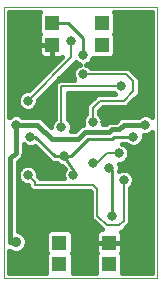
<source format=gbl>
G75*
G70*
%OFA0B0*%
%FSLAX24Y24*%
%IPPOS*%
%LPD*%
%AMOC8*
5,1,8,0,0,1.08239X$1,22.5*
%
%ADD10C,0.0000*%
%ADD11R,0.0515X0.0515*%
%ADD12C,0.0317*%
%ADD13C,0.0080*%
%ADD14C,0.0160*%
%ADD15C,0.0100*%
%ADD16C,0.0356*%
D10*
X000900Y000980D02*
X000900Y010035D01*
X006018Y010035D01*
X006018Y000980D01*
X000900Y000980D01*
D11*
X002753Y001459D03*
X002753Y002167D03*
X004406Y002167D03*
X004406Y001459D03*
X004165Y008769D03*
X004165Y009478D03*
X002512Y009478D03*
X002512Y008769D03*
D12*
X003140Y008900D03*
X003540Y008420D03*
X003540Y007780D03*
X003140Y006660D03*
X002820Y006020D03*
X002915Y005045D03*
X003220Y004420D03*
X003860Y004820D03*
X004420Y004660D03*
X004740Y005140D03*
X005220Y005700D03*
X005620Y006100D03*
X005140Y006660D03*
X004820Y007380D03*
X004260Y006180D03*
X003860Y006180D03*
X004900Y004260D03*
X004500Y003060D03*
X003460Y003020D03*
X001860Y005220D03*
X001780Y005700D03*
X001300Y006100D03*
X001700Y006900D03*
X001700Y008740D03*
X001700Y004420D03*
X001540Y002940D03*
X005540Y001460D03*
D13*
X004740Y002740D02*
X004340Y002740D01*
X004020Y003060D01*
X004020Y003940D01*
X003860Y004100D01*
X001940Y004100D01*
X001940Y004180D01*
X001700Y004420D01*
X002820Y006020D02*
X002820Y007380D01*
X004820Y007380D01*
X005220Y007220D02*
X004900Y006900D01*
X004100Y006900D01*
X003860Y006660D01*
X003860Y006180D01*
X004340Y005140D02*
X004740Y005140D01*
X004340Y005140D02*
X004020Y004820D01*
X003860Y004820D01*
X004900Y004260D02*
X004900Y002900D01*
X004740Y002740D01*
X005220Y007220D02*
X005220Y007540D01*
X004980Y007780D01*
X003540Y007780D01*
X003140Y008340D02*
X001700Y006900D01*
X003140Y008340D02*
X003140Y008900D01*
D14*
X002831Y008342D02*
X001727Y007238D01*
X001633Y007238D01*
X001508Y007187D01*
X001413Y007092D01*
X001362Y006967D01*
X001362Y006833D01*
X001413Y006708D01*
X001508Y006613D01*
X001633Y006562D01*
X001767Y006562D01*
X001892Y006613D01*
X001987Y006708D01*
X002038Y006833D01*
X002038Y006927D01*
X003296Y008185D01*
X003348Y008133D01*
X003428Y008100D01*
X003348Y008067D01*
X003253Y007972D01*
X003202Y007847D01*
X003202Y007713D01*
X003248Y007600D01*
X002729Y007600D01*
X002600Y007471D01*
X002600Y006279D01*
X002533Y006212D01*
X002482Y006087D01*
X002482Y006006D01*
X002240Y006247D01*
X002167Y006320D01*
X002072Y006360D01*
X001519Y006360D01*
X001492Y006387D01*
X001367Y006438D01*
X001233Y006438D01*
X001108Y006387D01*
X001080Y006359D01*
X001080Y009855D01*
X002119Y009855D01*
X002074Y009810D01*
X002074Y009146D01*
X002100Y009120D01*
X002086Y009096D01*
X002074Y009050D01*
X002074Y008769D01*
X002074Y008488D01*
X002086Y008442D01*
X002110Y008401D01*
X002144Y008368D01*
X002185Y008344D01*
X002230Y008332D01*
X002512Y008332D01*
X002793Y008332D01*
X002831Y008342D01*
X002760Y008271D02*
X001080Y008271D01*
X001080Y008113D02*
X002601Y008113D01*
X002443Y007954D02*
X001080Y007954D01*
X001080Y007796D02*
X002284Y007796D01*
X002126Y007637D02*
X001080Y007637D01*
X001080Y007479D02*
X001967Y007479D01*
X001809Y007320D02*
X001080Y007320D01*
X001080Y007162D02*
X001483Y007162D01*
X001376Y007003D02*
X001080Y007003D01*
X001080Y006845D02*
X001362Y006845D01*
X001435Y006686D02*
X001080Y006686D01*
X001080Y006528D02*
X002600Y006528D01*
X002600Y006369D02*
X001510Y006369D01*
X001300Y006100D02*
X001300Y005140D01*
X001100Y004980D01*
X001100Y002180D01*
X001300Y002180D01*
X001503Y001876D02*
X001604Y001977D01*
X001658Y002109D01*
X001658Y002251D01*
X001604Y002383D01*
X001503Y002484D01*
X001371Y002538D01*
X001360Y002538D01*
X001360Y004855D01*
X001434Y004914D01*
X001447Y004920D01*
X001474Y004946D01*
X001503Y004969D01*
X001510Y004982D01*
X001520Y004993D01*
X001535Y005027D01*
X001553Y005060D01*
X001554Y005075D01*
X001560Y005088D01*
X001560Y005126D01*
X001564Y005163D01*
X001560Y005177D01*
X001560Y005441D01*
X001588Y005413D01*
X001713Y005362D01*
X001847Y005362D01*
X001922Y005393D01*
X002365Y004950D01*
X002499Y004815D01*
X002666Y004815D01*
X002723Y004758D01*
X002847Y004707D01*
X002855Y004707D01*
X002868Y004689D01*
X002870Y004689D01*
X002931Y004606D01*
X002882Y004487D01*
X002882Y004353D01*
X002895Y004320D01*
X002111Y004320D01*
X002038Y004393D01*
X002038Y004487D01*
X001987Y004612D01*
X001892Y004707D01*
X001767Y004758D01*
X001633Y004758D01*
X001508Y004707D01*
X001413Y004612D01*
X001362Y004487D01*
X001362Y004353D01*
X001413Y004228D01*
X001508Y004133D01*
X001633Y004082D01*
X001720Y004082D01*
X001720Y004009D01*
X001849Y003880D01*
X003769Y003880D01*
X003800Y003849D01*
X003800Y002969D01*
X003929Y002840D01*
X004164Y002605D01*
X004125Y002605D01*
X004079Y002592D01*
X004038Y002569D01*
X004005Y002535D01*
X003981Y002494D01*
X003969Y002448D01*
X003969Y002167D01*
X003969Y001886D01*
X003981Y001840D01*
X003995Y001817D01*
X003969Y001791D01*
X003969Y001160D01*
X003190Y001160D01*
X003190Y001791D01*
X003168Y001813D01*
X003190Y001835D01*
X003190Y002499D01*
X003085Y002605D01*
X002421Y002605D01*
X002315Y002499D01*
X002315Y001835D01*
X002338Y001813D01*
X002315Y001791D01*
X002315Y001160D01*
X001080Y001160D01*
X001080Y001894D01*
X001097Y001876D01*
X001229Y001822D01*
X001371Y001822D01*
X001503Y001876D01*
X001557Y001931D02*
X002315Y001931D01*
X002315Y001773D02*
X001080Y001773D01*
X001080Y001614D02*
X002315Y001614D01*
X002315Y001456D02*
X001080Y001456D01*
X001080Y001297D02*
X002315Y001297D01*
X002315Y002090D02*
X001650Y002090D01*
X001658Y002248D02*
X002315Y002248D01*
X002315Y002407D02*
X001580Y002407D01*
X001360Y002565D02*
X002381Y002565D01*
X003125Y002565D02*
X004035Y002565D01*
X004045Y002724D02*
X001360Y002724D01*
X001360Y002882D02*
X003887Y002882D01*
X003929Y002840D02*
X003929Y002840D01*
X003800Y003041D02*
X001360Y003041D01*
X001360Y003199D02*
X003800Y003199D01*
X003800Y003358D02*
X001360Y003358D01*
X001360Y003516D02*
X003800Y003516D01*
X003800Y003675D02*
X001360Y003675D01*
X001360Y003833D02*
X003800Y003833D01*
X002882Y004467D02*
X002038Y004467D01*
X001973Y004626D02*
X002916Y004626D01*
X002697Y004784D02*
X001360Y004784D01*
X001360Y004626D02*
X001427Y004626D01*
X001362Y004467D02*
X001360Y004467D01*
X001360Y004309D02*
X001380Y004309D01*
X001360Y004150D02*
X001491Y004150D01*
X001360Y003992D02*
X001737Y003992D01*
X001470Y004943D02*
X002372Y004943D01*
X002214Y005101D02*
X001560Y005101D01*
X001560Y005260D02*
X002055Y005260D01*
X001583Y005418D02*
X001560Y005418D01*
X001300Y006100D02*
X002020Y006100D01*
X002500Y005620D01*
X003380Y005620D01*
X003620Y005860D01*
X004420Y005860D01*
X004500Y005940D01*
X004740Y005940D01*
X004900Y006100D01*
X005620Y006100D01*
X005401Y006360D02*
X004848Y006360D01*
X004753Y006320D01*
X004632Y006200D01*
X004448Y006200D01*
X004353Y006160D01*
X004312Y006120D01*
X004198Y006120D01*
X004198Y006247D01*
X004147Y006372D01*
X004080Y006439D01*
X004080Y006569D01*
X004191Y006680D01*
X004991Y006680D01*
X005120Y006809D01*
X005440Y007129D01*
X005440Y007631D01*
X005311Y007760D01*
X005071Y008000D01*
X003799Y008000D01*
X003732Y008067D01*
X003652Y008100D01*
X003732Y008133D01*
X003827Y008228D01*
X003870Y008332D01*
X004497Y008332D01*
X004603Y008437D01*
X004603Y009101D01*
X004580Y009123D01*
X004603Y009146D01*
X004603Y009810D01*
X004557Y009855D01*
X005838Y009855D01*
X005838Y006360D01*
X005812Y006387D01*
X005687Y006438D01*
X005553Y006438D01*
X005428Y006387D01*
X005401Y006360D01*
X005410Y006369D02*
X004148Y006369D01*
X004080Y006528D02*
X005838Y006528D01*
X005830Y006369D02*
X005838Y006369D01*
X005838Y006686D02*
X004997Y006686D01*
X005156Y006845D02*
X005838Y006845D01*
X005838Y007003D02*
X005314Y007003D01*
X005440Y007162D02*
X005838Y007162D01*
X005838Y007320D02*
X005440Y007320D01*
X005440Y007479D02*
X005838Y007479D01*
X005838Y007637D02*
X005434Y007637D01*
X005276Y007796D02*
X005838Y007796D01*
X005838Y007954D02*
X005117Y007954D01*
X004595Y008430D02*
X005838Y008430D01*
X005838Y008588D02*
X004603Y008588D01*
X004603Y008747D02*
X005838Y008747D01*
X005838Y008905D02*
X004603Y008905D01*
X004603Y009064D02*
X005838Y009064D01*
X005838Y009222D02*
X004603Y009222D01*
X004603Y009381D02*
X005838Y009381D01*
X005838Y009539D02*
X004603Y009539D01*
X004603Y009698D02*
X005838Y009698D01*
X005838Y008271D02*
X003845Y008271D01*
X003682Y008113D02*
X005838Y008113D01*
X004601Y007120D02*
X004009Y007120D01*
X003769Y006880D01*
X003640Y006751D01*
X003640Y006439D01*
X003573Y006372D01*
X003522Y006247D01*
X003522Y006113D01*
X003526Y006102D01*
X003473Y006080D01*
X003272Y005880D01*
X003128Y005880D01*
X003158Y005953D01*
X003158Y006087D01*
X003107Y006212D01*
X003040Y006279D01*
X003040Y007160D01*
X004561Y007160D01*
X004601Y007120D01*
X004643Y006211D02*
X004198Y006211D01*
X003733Y006845D02*
X003040Y006845D01*
X003040Y006686D02*
X003640Y006686D01*
X003640Y006528D02*
X003040Y006528D01*
X003040Y006369D02*
X003572Y006369D01*
X003522Y006211D02*
X003107Y006211D01*
X003158Y006052D02*
X003444Y006052D01*
X003286Y005894D02*
X003134Y005894D01*
X002533Y006211D02*
X002277Y006211D01*
X002436Y006052D02*
X002482Y006052D01*
X002600Y006686D02*
X001965Y006686D01*
X002038Y006845D02*
X002600Y006845D01*
X002600Y007003D02*
X002114Y007003D01*
X002273Y007162D02*
X002600Y007162D01*
X002600Y007320D02*
X002431Y007320D01*
X002590Y007479D02*
X002607Y007479D01*
X002748Y007637D02*
X003233Y007637D01*
X003202Y007796D02*
X002907Y007796D01*
X003065Y007954D02*
X003246Y007954D01*
X003224Y008113D02*
X003398Y008113D01*
X003040Y007003D02*
X003892Y007003D01*
X004828Y005470D02*
X004971Y005470D01*
X005028Y005413D01*
X005153Y005362D01*
X005287Y005362D01*
X005412Y005413D01*
X005507Y005508D01*
X005558Y005633D01*
X005558Y005762D01*
X005687Y005762D01*
X005812Y005813D01*
X005838Y005840D01*
X005838Y001160D01*
X004844Y001160D01*
X004844Y001791D01*
X004818Y001817D01*
X004832Y001840D01*
X004844Y001886D01*
X004844Y002167D01*
X004406Y002167D01*
X003969Y002167D01*
X004406Y002167D01*
X004406Y002167D01*
X004406Y002167D01*
X004844Y002167D01*
X004844Y002448D01*
X004832Y002494D01*
X004817Y002520D01*
X004831Y002520D01*
X005120Y002809D01*
X005120Y004001D01*
X005187Y004068D01*
X005238Y004193D01*
X005238Y004327D01*
X005187Y004452D01*
X005092Y004547D01*
X004967Y004598D01*
X004833Y004598D01*
X004746Y004562D01*
X004758Y004593D01*
X004758Y004727D01*
X004728Y004802D01*
X004807Y004802D01*
X004932Y004853D01*
X005027Y004948D01*
X005078Y005073D01*
X005078Y005207D01*
X005027Y005332D01*
X004932Y005427D01*
X004828Y005470D01*
X004941Y005418D02*
X005023Y005418D01*
X005057Y005260D02*
X005838Y005260D01*
X005838Y005418D02*
X005417Y005418D01*
X005535Y005577D02*
X005838Y005577D01*
X005838Y005735D02*
X005558Y005735D01*
X005838Y005101D02*
X005078Y005101D01*
X005021Y004943D02*
X005838Y004943D01*
X005838Y004784D02*
X004735Y004784D01*
X004758Y004626D02*
X005838Y004626D01*
X005838Y004467D02*
X005172Y004467D01*
X005238Y004309D02*
X005838Y004309D01*
X005838Y004150D02*
X005221Y004150D01*
X005120Y003992D02*
X005838Y003992D01*
X005838Y003833D02*
X005120Y003833D01*
X005120Y003675D02*
X005838Y003675D01*
X005838Y003516D02*
X005120Y003516D01*
X005120Y003358D02*
X005838Y003358D01*
X005838Y003199D02*
X005120Y003199D01*
X005120Y003041D02*
X005838Y003041D01*
X005838Y002882D02*
X005120Y002882D01*
X005035Y002724D02*
X005838Y002724D01*
X005838Y002565D02*
X004876Y002565D01*
X004844Y002407D02*
X005838Y002407D01*
X005838Y002248D02*
X004844Y002248D01*
X004844Y002090D02*
X005838Y002090D01*
X005838Y001931D02*
X004844Y001931D01*
X004844Y001773D02*
X005838Y001773D01*
X005838Y001614D02*
X004844Y001614D01*
X004844Y001456D02*
X005838Y001456D01*
X005838Y001297D02*
X004844Y001297D01*
X003969Y001297D02*
X003190Y001297D01*
X003190Y001456D02*
X003969Y001456D01*
X003969Y001614D02*
X003190Y001614D01*
X003190Y001773D02*
X003969Y001773D01*
X003969Y001931D02*
X003190Y001931D01*
X003190Y002090D02*
X003969Y002090D01*
X003969Y002248D02*
X003190Y002248D01*
X003190Y002407D02*
X003969Y002407D01*
X001090Y006369D02*
X001080Y006369D01*
X001080Y008430D02*
X002094Y008430D01*
X002074Y008588D02*
X001080Y008588D01*
X001080Y008747D02*
X002074Y008747D01*
X002074Y008769D02*
X002512Y008769D01*
X002512Y008332D01*
X002512Y008769D01*
X002512Y008769D01*
X002512Y008769D01*
X002074Y008769D01*
X002074Y008905D02*
X001080Y008905D01*
X001080Y009064D02*
X002078Y009064D01*
X002074Y009222D02*
X001080Y009222D01*
X001080Y009381D02*
X002074Y009381D01*
X002074Y009539D02*
X001080Y009539D01*
X001080Y009698D02*
X002074Y009698D01*
X002512Y008747D02*
X002512Y008747D01*
X002512Y008588D02*
X002512Y008588D01*
X002512Y008430D02*
X002512Y008430D01*
D15*
X002512Y009478D02*
X003042Y009478D01*
X003540Y008980D01*
X003540Y008420D01*
X004580Y005700D02*
X004500Y005620D01*
X003700Y005620D01*
X003140Y005060D01*
X003040Y005060D01*
X002915Y005045D01*
X003020Y005000D01*
X002900Y005040D01*
X003000Y004900D01*
X003220Y004600D01*
X003220Y004420D01*
X003040Y005060D02*
X002980Y005060D01*
X002915Y005045D02*
X002595Y005045D01*
X001940Y005700D01*
X001780Y005700D01*
X004420Y004660D02*
X004500Y004580D01*
X004500Y003060D01*
X004580Y005700D02*
X005220Y005700D01*
D16*
X001300Y002180D03*
M02*

</source>
